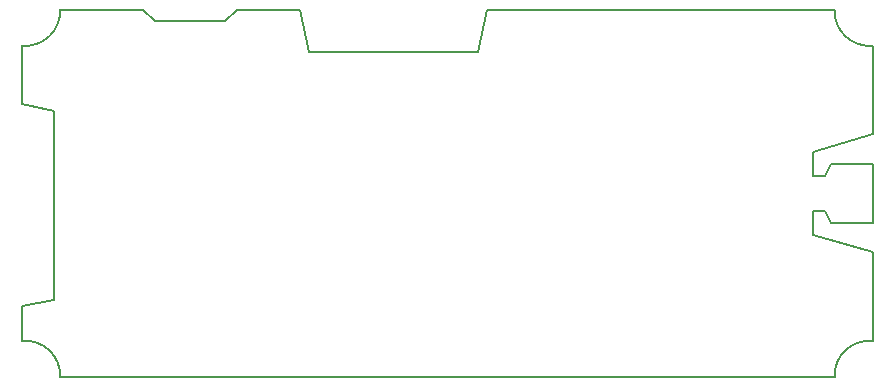
<source format=gbr>
G04 DipTrace 3.2.0.1*
G04 BoardOutline.gbr*
%MOIN*%
G04 #@! TF.FileFunction,Profile*
G04 #@! TF.Part,Single*
%ADD11C,0.005512*%
%FSLAX26Y26*%
G04*
G70*
G90*
G75*
G01*
G04 BoardOutline*
%LPD*%
X-1417323Y492126D2*
D11*
G03X-1290748Y612205I10924J115236D01*
G01*
X-1015157D1*
X-975787Y572835D1*
X-739567D1*
X-700197Y612205D1*
X-492126D1*
X-460630Y472441D1*
X102362D1*
X133858Y612205D1*
X1290748D1*
G03X1417323Y492126I115651J-4843D01*
G01*
Y196850D1*
X1220472Y137795D1*
Y59055D1*
X1259843D1*
X1279528Y98425D1*
X1417323D1*
Y-98425D1*
X1279528D1*
X1259843Y-59055D1*
X1220472D1*
Y-137795D1*
X1417323Y-196850D1*
Y-492126D1*
G03X1290748Y-612205I-10924J-115236D01*
G01*
X-1290748D1*
G03X-1417323Y-492126I-115651J4843D01*
G01*
Y-375984D1*
X-1310039Y-354331D1*
Y275591D1*
X-1417323Y297244D1*
Y492126D1*
M02*

</source>
